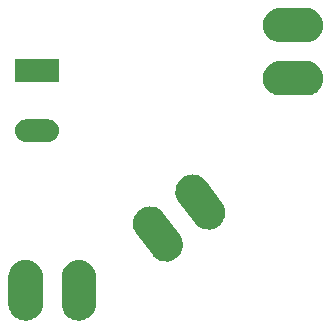
<source format=gbr>
G04 #@! TF.GenerationSoftware,KiCad,Pcbnew,(5.0.1)*
G04 #@! TF.CreationDate,2018-11-27T11:01:09+09:00*
G04 #@! TF.ProjectId,corner,636F726E65722E6B696361645F706362,rev?*
G04 #@! TF.SameCoordinates,Original*
G04 #@! TF.FileFunction,Soldermask,Top*
G04 #@! TF.FilePolarity,Negative*
%FSLAX46Y46*%
G04 Gerber Fmt 4.6, Leading zero omitted, Abs format (unit mm)*
G04 Created by KiCad (PCBNEW (5.0.1)) date Tue Nov 27 11:01:09 2018*
%MOMM*%
%LPD*%
G01*
G04 APERTURE LIST*
%ADD10C,0.100000*%
G04 APERTURE END LIST*
D10*
G36*
X152334445Y-62069995D02*
X152496523Y-62119161D01*
X152607960Y-62152965D01*
X152860034Y-62287702D01*
X153080976Y-62469024D01*
X153234728Y-62656371D01*
X153262299Y-62689967D01*
X153325016Y-62807303D01*
X153397035Y-62942039D01*
X153424692Y-63033211D01*
X153480005Y-63215554D01*
X153501000Y-63428724D01*
X153501000Y-65771276D01*
X153480005Y-65984446D01*
X153424692Y-66166789D01*
X153397035Y-66257961D01*
X153325016Y-66392697D01*
X153262299Y-66510033D01*
X153080976Y-66730976D01*
X152860033Y-66912299D01*
X152742697Y-66975016D01*
X152607961Y-67047035D01*
X152516789Y-67074692D01*
X152334446Y-67130005D01*
X152050000Y-67158020D01*
X151765555Y-67130005D01*
X151583212Y-67074692D01*
X151492040Y-67047035D01*
X151357304Y-66975016D01*
X151239968Y-66912299D01*
X151019025Y-66730976D01*
X150837702Y-66510033D01*
X150774985Y-66392697D01*
X150702966Y-66257961D01*
X150675309Y-66166789D01*
X150619996Y-65984446D01*
X150599001Y-65771276D01*
X150599000Y-63428725D01*
X150619995Y-63215555D01*
X150702965Y-62942041D01*
X150702965Y-62942040D01*
X150837702Y-62689966D01*
X151019024Y-62469024D01*
X151239966Y-62287702D01*
X151239965Y-62287702D01*
X151239967Y-62287701D01*
X151357303Y-62224984D01*
X151492039Y-62152965D01*
X151603476Y-62119161D01*
X151765554Y-62069995D01*
X152050000Y-62041980D01*
X152334445Y-62069995D01*
X152334445Y-62069995D01*
G37*
G36*
X156834445Y-62069995D02*
X156996523Y-62119161D01*
X157107960Y-62152965D01*
X157360034Y-62287702D01*
X157580976Y-62469024D01*
X157734728Y-62656371D01*
X157762299Y-62689967D01*
X157825016Y-62807303D01*
X157897035Y-62942039D01*
X157924692Y-63033211D01*
X157980005Y-63215554D01*
X158001000Y-63428724D01*
X158001000Y-65771276D01*
X157980005Y-65984446D01*
X157924692Y-66166789D01*
X157897035Y-66257961D01*
X157825016Y-66392697D01*
X157762299Y-66510033D01*
X157580976Y-66730976D01*
X157360033Y-66912299D01*
X157242697Y-66975016D01*
X157107961Y-67047035D01*
X157016789Y-67074692D01*
X156834446Y-67130005D01*
X156550000Y-67158020D01*
X156265555Y-67130005D01*
X156083212Y-67074692D01*
X155992040Y-67047035D01*
X155857304Y-66975016D01*
X155739968Y-66912299D01*
X155519025Y-66730976D01*
X155337702Y-66510033D01*
X155274985Y-66392697D01*
X155202966Y-66257961D01*
X155175309Y-66166789D01*
X155119996Y-65984446D01*
X155099001Y-65771276D01*
X155099000Y-63428725D01*
X155119995Y-63215555D01*
X155202965Y-62942041D01*
X155202965Y-62942040D01*
X155337702Y-62689966D01*
X155519024Y-62469024D01*
X155739966Y-62287702D01*
X155739965Y-62287702D01*
X155739967Y-62287701D01*
X155857303Y-62224984D01*
X155992039Y-62152965D01*
X156103476Y-62119161D01*
X156265554Y-62069995D01*
X156550000Y-62041980D01*
X156834445Y-62069995D01*
X156834445Y-62069995D01*
G37*
G36*
X162766452Y-57505613D02*
X162793992Y-57506755D01*
X163071768Y-57574084D01*
X163331069Y-57694310D01*
X163331073Y-57694313D01*
X163561941Y-57862818D01*
X163561945Y-57862822D01*
X163706995Y-58020424D01*
X165116781Y-59891270D01*
X165201271Y-60029824D01*
X165228303Y-60074152D01*
X165297480Y-60262932D01*
X165326646Y-60342524D01*
X165370741Y-60624919D01*
X165358897Y-60910502D01*
X165291568Y-61188274D01*
X165291567Y-61188277D01*
X165171339Y-61447583D01*
X165002834Y-61678451D01*
X164906779Y-61766854D01*
X164792525Y-61872009D01*
X164548497Y-62020819D01*
X164336699Y-62098430D01*
X164280124Y-62119162D01*
X163997730Y-62163257D01*
X163997725Y-62163257D01*
X163819241Y-62155854D01*
X163712147Y-62151413D01*
X163434375Y-62084084D01*
X163434374Y-62084083D01*
X163434372Y-62084083D01*
X163175065Y-61963855D01*
X162944198Y-61795350D01*
X162836610Y-61678452D01*
X162799139Y-61637738D01*
X161389356Y-59766892D01*
X161277839Y-59584018D01*
X161277837Y-59584015D01*
X161179495Y-59315644D01*
X161179494Y-59315642D01*
X161150970Y-59132966D01*
X161135398Y-59033244D01*
X161147243Y-58747669D01*
X161147243Y-58747666D01*
X161214572Y-58469890D01*
X161334798Y-58210589D01*
X161473595Y-58020424D01*
X161503306Y-57979717D01*
X161713615Y-57786159D01*
X161957643Y-57637349D01*
X162169441Y-57559738D01*
X162226016Y-57539006D01*
X162432558Y-57506755D01*
X162508414Y-57494910D01*
X162766452Y-57505613D01*
X162766452Y-57505613D01*
G37*
G36*
X166360312Y-54797445D02*
X166387852Y-54798587D01*
X166665628Y-54865916D01*
X166924929Y-54986142D01*
X166924933Y-54986145D01*
X167155801Y-55154650D01*
X167155805Y-55154654D01*
X167300855Y-55312256D01*
X168710641Y-57183102D01*
X168795131Y-57321656D01*
X168822163Y-57365984D01*
X168885566Y-57539007D01*
X168920506Y-57634356D01*
X168964601Y-57916751D01*
X168952757Y-58202334D01*
X168887904Y-58469890D01*
X168885427Y-58480109D01*
X168765199Y-58739415D01*
X168596694Y-58970283D01*
X168528284Y-59033244D01*
X168386385Y-59163841D01*
X168142357Y-59312651D01*
X167930559Y-59390262D01*
X167873984Y-59410994D01*
X167591590Y-59455089D01*
X167591585Y-59455089D01*
X167413101Y-59447686D01*
X167306007Y-59443245D01*
X167028235Y-59375916D01*
X167028234Y-59375915D01*
X167028232Y-59375915D01*
X166768925Y-59255687D01*
X166538058Y-59087182D01*
X166538056Y-59087180D01*
X166392999Y-58929570D01*
X164983216Y-57058724D01*
X164871699Y-56875850D01*
X164871697Y-56875847D01*
X164773355Y-56607476D01*
X164773354Y-56607474D01*
X164729259Y-56325080D01*
X164729258Y-56325076D01*
X164741103Y-56039501D01*
X164741103Y-56039498D01*
X164808432Y-55761722D01*
X164928658Y-55502421D01*
X165067455Y-55312256D01*
X165097166Y-55271549D01*
X165307475Y-55077991D01*
X165551503Y-54929181D01*
X165763301Y-54851570D01*
X165819876Y-54830838D01*
X166026418Y-54798587D01*
X166102274Y-54786742D01*
X166360312Y-54797445D01*
X166360312Y-54797445D01*
G37*
G36*
X154086425Y-50142760D02*
X154086428Y-50142761D01*
X154086429Y-50142761D01*
X154265693Y-50197140D01*
X154265695Y-50197141D01*
X154430905Y-50285448D01*
X154575712Y-50404288D01*
X154694552Y-50549095D01*
X154782859Y-50714305D01*
X154837240Y-50893575D01*
X154855601Y-51080000D01*
X154837240Y-51266425D01*
X154782859Y-51445695D01*
X154694552Y-51610905D01*
X154575712Y-51755712D01*
X154430905Y-51874552D01*
X154430903Y-51874553D01*
X154265693Y-51962860D01*
X154086429Y-52017239D01*
X154086428Y-52017239D01*
X154086425Y-52017240D01*
X153946718Y-52031000D01*
X152053282Y-52031000D01*
X151913575Y-52017240D01*
X151913572Y-52017239D01*
X151913571Y-52017239D01*
X151734307Y-51962860D01*
X151569097Y-51874553D01*
X151569095Y-51874552D01*
X151424288Y-51755712D01*
X151305448Y-51610905D01*
X151217141Y-51445695D01*
X151162760Y-51266425D01*
X151144399Y-51080000D01*
X151162760Y-50893575D01*
X151217141Y-50714305D01*
X151305448Y-50549095D01*
X151424288Y-50404288D01*
X151569095Y-50285448D01*
X151734305Y-50197141D01*
X151734307Y-50197140D01*
X151913571Y-50142761D01*
X151913572Y-50142761D01*
X151913575Y-50142760D01*
X152053282Y-50129000D01*
X153946718Y-50129000D01*
X154086425Y-50142760D01*
X154086425Y-50142760D01*
G37*
G36*
X175977861Y-45209497D02*
X176084446Y-45219995D01*
X176266789Y-45275308D01*
X176357961Y-45302965D01*
X176492697Y-45374984D01*
X176610033Y-45437701D01*
X176610035Y-45437702D01*
X176610034Y-45437702D01*
X176830976Y-45619024D01*
X177012298Y-45839966D01*
X177147035Y-46092039D01*
X177147035Y-46092040D01*
X177230005Y-46365554D01*
X177258020Y-46650000D01*
X177230005Y-46934446D01*
X177224983Y-46951000D01*
X177147035Y-47207961D01*
X177075016Y-47342697D01*
X177012299Y-47460033D01*
X176830976Y-47680976D01*
X176610033Y-47862299D01*
X176492697Y-47925016D01*
X176357961Y-47997035D01*
X176266789Y-48024692D01*
X176084446Y-48080005D01*
X175977861Y-48090503D01*
X175871278Y-48101000D01*
X173528722Y-48101000D01*
X173422139Y-48090503D01*
X173315554Y-48080005D01*
X173133211Y-48024692D01*
X173042039Y-47997035D01*
X172907303Y-47925016D01*
X172789967Y-47862299D01*
X172569024Y-47680976D01*
X172387701Y-47460033D01*
X172324984Y-47342697D01*
X172252965Y-47207961D01*
X172175017Y-46951000D01*
X172169995Y-46934446D01*
X172141980Y-46650000D01*
X172169995Y-46365554D01*
X172252965Y-46092040D01*
X172252965Y-46092039D01*
X172387702Y-45839966D01*
X172569024Y-45619024D01*
X172789966Y-45437702D01*
X172789965Y-45437702D01*
X172789967Y-45437701D01*
X172907303Y-45374984D01*
X173042039Y-45302965D01*
X173133211Y-45275308D01*
X173315554Y-45219995D01*
X173422139Y-45209497D01*
X173528722Y-45199000D01*
X175871278Y-45199000D01*
X175977861Y-45209497D01*
X175977861Y-45209497D01*
G37*
G36*
X154851000Y-46951000D02*
X151149000Y-46951000D01*
X151149000Y-45049000D01*
X154851000Y-45049000D01*
X154851000Y-46951000D01*
X154851000Y-46951000D01*
G37*
G36*
X175977861Y-40709497D02*
X176084446Y-40719995D01*
X176266789Y-40775308D01*
X176357961Y-40802965D01*
X176492697Y-40874984D01*
X176610033Y-40937701D01*
X176610035Y-40937702D01*
X176610034Y-40937702D01*
X176830976Y-41119024D01*
X177012298Y-41339966D01*
X177147035Y-41592039D01*
X177147035Y-41592040D01*
X177230005Y-41865554D01*
X177258020Y-42150000D01*
X177230005Y-42434446D01*
X177174692Y-42616789D01*
X177147035Y-42707961D01*
X177075016Y-42842697D01*
X177012299Y-42960033D01*
X176830976Y-43180976D01*
X176610033Y-43362299D01*
X176492697Y-43425016D01*
X176357961Y-43497035D01*
X176266789Y-43524692D01*
X176084446Y-43580005D01*
X175977861Y-43590502D01*
X175871278Y-43601000D01*
X173528722Y-43601000D01*
X173422139Y-43590503D01*
X173315554Y-43580005D01*
X173133211Y-43524692D01*
X173042039Y-43497035D01*
X172907303Y-43425016D01*
X172789967Y-43362299D01*
X172569024Y-43180976D01*
X172387701Y-42960033D01*
X172324984Y-42842697D01*
X172252965Y-42707961D01*
X172225308Y-42616789D01*
X172169995Y-42434446D01*
X172141980Y-42150000D01*
X172169995Y-41865554D01*
X172252965Y-41592040D01*
X172252965Y-41592039D01*
X172387702Y-41339966D01*
X172569024Y-41119024D01*
X172789966Y-40937702D01*
X172789965Y-40937702D01*
X172789967Y-40937701D01*
X172907303Y-40874984D01*
X173042039Y-40802965D01*
X173133211Y-40775308D01*
X173315554Y-40719995D01*
X173422139Y-40709497D01*
X173528722Y-40699000D01*
X175871278Y-40699000D01*
X175977861Y-40709497D01*
X175977861Y-40709497D01*
G37*
M02*

</source>
